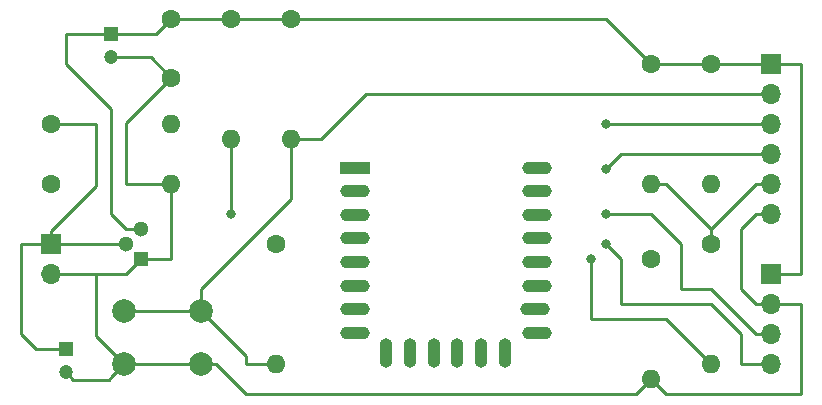
<source format=gbr>
G04 #@! TF.GenerationSoftware,KiCad,Pcbnew,5.0.2-bee76a0~70~ubuntu16.04.1*
G04 #@! TF.CreationDate,2019-02-11T12:56:34+03:00*
G04 #@! TF.ProjectId,esp12ef-ver1,65737031-3265-4662-9d76-6572312e6b69,rev?*
G04 #@! TF.SameCoordinates,Original*
G04 #@! TF.FileFunction,Copper,L2,Bot*
G04 #@! TF.FilePolarity,Positive*
%FSLAX46Y46*%
G04 Gerber Fmt 4.6, Leading zero omitted, Abs format (unit mm)*
G04 Created by KiCad (PCBNEW 5.0.2-bee76a0~70~ubuntu16.04.1) date Пн 11 фев 2019 12:56:34*
%MOMM*%
%LPD*%
G01*
G04 APERTURE LIST*
G04 #@! TA.AperFunction,ComponentPad*
%ADD10C,1.300000*%
G04 #@! TD*
G04 #@! TA.AperFunction,ComponentPad*
%ADD11R,1.300000X1.300000*%
G04 #@! TD*
G04 #@! TA.AperFunction,ComponentPad*
%ADD12O,1.600000X1.600000*%
G04 #@! TD*
G04 #@! TA.AperFunction,ComponentPad*
%ADD13C,1.600000*%
G04 #@! TD*
G04 #@! TA.AperFunction,ComponentPad*
%ADD14R,1.700000X1.700000*%
G04 #@! TD*
G04 #@! TA.AperFunction,ComponentPad*
%ADD15O,1.700000X1.700000*%
G04 #@! TD*
G04 #@! TA.AperFunction,ComponentPad*
%ADD16C,2.000000*%
G04 #@! TD*
G04 #@! TA.AperFunction,ComponentPad*
%ADD17R,2.500000X1.100000*%
G04 #@! TD*
G04 #@! TA.AperFunction,ComponentPad*
%ADD18O,2.500000X1.100000*%
G04 #@! TD*
G04 #@! TA.AperFunction,ComponentPad*
%ADD19O,1.100000X2.500000*%
G04 #@! TD*
G04 #@! TA.AperFunction,ComponentPad*
%ADD20C,1.200000*%
G04 #@! TD*
G04 #@! TA.AperFunction,ComponentPad*
%ADD21R,1.200000X1.200000*%
G04 #@! TD*
G04 #@! TA.AperFunction,ViaPad*
%ADD22C,0.800000*%
G04 #@! TD*
G04 #@! TA.AperFunction,Conductor*
%ADD23C,0.250000*%
G04 #@! TD*
G04 APERTURE END LIST*
D10*
G04 #@! TO.P,L1,2*
G04 #@! TO.N,Net-(C1-Pad1)*
X105410000Y-88900000D03*
G04 #@! TO.P,L1,3*
G04 #@! TO.N,Net-(C2-Pad1)*
X106680000Y-87630000D03*
D11*
G04 #@! TO.P,L1,1*
G04 #@! TO.N,Net-(C1-Pad2)*
X106680000Y-90170000D03*
G04 #@! TD*
D12*
G04 #@! TO.P,R2,2*
G04 #@! TO.N,Net-(C1-Pad2)*
X109220000Y-83820000D03*
D13*
G04 #@! TO.P,R2,1*
G04 #@! TO.N,Net-(R1-Pad2)*
X99060000Y-83820000D03*
G04 #@! TD*
G04 #@! TO.P,R8,1*
G04 #@! TO.N,Net-(J2-Pad5)*
X154940000Y-88900000D03*
D12*
G04 #@! TO.P,R8,2*
G04 #@! TO.N,Net-(R8-Pad2)*
X154940000Y-99060000D03*
G04 #@! TD*
D13*
G04 #@! TO.P,C3,1*
G04 #@! TO.N,Net-(C2-Pad1)*
X109220000Y-69850000D03*
G04 #@! TO.P,C3,2*
G04 #@! TO.N,Net-(C1-Pad2)*
X109220000Y-74850000D03*
G04 #@! TD*
D14*
G04 #@! TO.P,J1,1*
G04 #@! TO.N,Net-(C1-Pad1)*
X99060000Y-88900000D03*
D15*
G04 #@! TO.P,J1,2*
G04 #@! TO.N,Net-(C1-Pad2)*
X99060000Y-91440000D03*
G04 #@! TD*
D14*
G04 #@! TO.P,J2,1*
G04 #@! TO.N,Net-(C2-Pad1)*
X160020000Y-73660000D03*
D15*
G04 #@! TO.P,J2,2*
G04 #@! TO.N,Net-(J2-Pad2)*
X160020000Y-76200000D03*
G04 #@! TO.P,J2,3*
G04 #@! TO.N,Net-(J2-Pad3)*
X160020000Y-78740000D03*
G04 #@! TO.P,J2,4*
G04 #@! TO.N,Net-(J2-Pad4)*
X160020000Y-81280000D03*
G04 #@! TO.P,J2,5*
G04 #@! TO.N,Net-(J2-Pad5)*
X160020000Y-83820000D03*
G04 #@! TO.P,J2,6*
G04 #@! TO.N,Net-(C1-Pad2)*
X160020000Y-86360000D03*
G04 #@! TD*
D14*
G04 #@! TO.P,J3,1*
G04 #@! TO.N,Net-(C2-Pad1)*
X160020000Y-91440000D03*
D15*
G04 #@! TO.P,J3,2*
G04 #@! TO.N,Net-(C1-Pad2)*
X160020000Y-93980000D03*
G04 #@! TO.P,J3,3*
G04 #@! TO.N,SCL*
X160020000Y-96520000D03*
G04 #@! TO.P,J3,4*
G04 #@! TO.N,SDA*
X160020000Y-99060000D03*
G04 #@! TD*
D16*
G04 #@! TO.P,SW1,2*
G04 #@! TO.N,Net-(J2-Pad2)*
X111760000Y-94560000D03*
G04 #@! TO.P,SW1,1*
G04 #@! TO.N,Net-(C1-Pad2)*
X111760000Y-99060000D03*
G04 #@! TO.P,SW1,2*
G04 #@! TO.N,Net-(J2-Pad2)*
X105260000Y-94560000D03*
G04 #@! TO.P,SW1,1*
G04 #@! TO.N,Net-(C1-Pad2)*
X105260000Y-99060000D03*
G04 #@! TD*
D17*
G04 #@! TO.P,U1,1*
G04 #@! TO.N,Net-(J2-Pad2)*
X124765001Y-82435001D03*
D18*
G04 #@! TO.P,U1,2*
G04 #@! TO.N,Net-(R1-Pad2)*
X124765001Y-84435001D03*
G04 #@! TO.P,U1,3*
G04 #@! TO.N,Net-(R5-Pad2)*
X124765001Y-86435001D03*
G04 #@! TO.P,U1,4*
G04 #@! TO.N,Net-(R4-Pad1)*
X124765001Y-88435001D03*
G04 #@! TO.P,U1,5*
G04 #@! TO.N,Net-(U1-Pad5)*
X124765001Y-90435001D03*
G04 #@! TO.P,U1,6*
G04 #@! TO.N,Net-(U1-Pad6)*
X124765001Y-92435001D03*
G04 #@! TO.P,U1,7*
G04 #@! TO.N,Net-(U1-Pad7)*
X124765001Y-94435001D03*
G04 #@! TO.P,U1,8*
G04 #@! TO.N,Net-(C2-Pad1)*
X124765001Y-96435001D03*
G04 #@! TO.P,U1,9*
G04 #@! TO.N,Net-(C1-Pad2)*
X140165001Y-96435001D03*
G04 #@! TO.P,U1,10*
G04 #@! TO.N,Net-(R7-Pad1)*
X140065001Y-94435001D03*
G04 #@! TO.P,U1,11*
G04 #@! TO.N,Net-(R6-Pad2)*
X140165001Y-92435001D03*
G04 #@! TO.P,U1,12*
G04 #@! TO.N,Net-(R8-Pad2)*
X140165001Y-90435001D03*
G04 #@! TO.P,U1,13*
G04 #@! TO.N,SDA*
X140165001Y-88435001D03*
G04 #@! TO.P,U1,14*
G04 #@! TO.N,SCL*
X140165001Y-86435001D03*
G04 #@! TO.P,U1,15*
G04 #@! TO.N,Net-(J2-Pad4)*
X140165001Y-84435001D03*
G04 #@! TO.P,U1,16*
G04 #@! TO.N,Net-(J2-Pad3)*
X140165001Y-82435001D03*
D19*
G04 #@! TO.P,U1,17*
G04 #@! TO.N,Net-(U1-Pad17)*
X127455001Y-98135001D03*
G04 #@! TO.P,U1,18*
G04 #@! TO.N,Net-(U1-Pad18)*
X129455001Y-98135001D03*
G04 #@! TO.P,U1,19*
G04 #@! TO.N,Net-(U1-Pad19)*
X131455001Y-98135001D03*
G04 #@! TO.P,U1,20*
G04 #@! TO.N,Net-(U1-Pad20)*
X133455001Y-98135001D03*
G04 #@! TO.P,U1,21*
G04 #@! TO.N,Net-(U1-Pad21)*
X135455001Y-98135001D03*
G04 #@! TO.P,U1,22*
G04 #@! TO.N,Net-(U1-Pad22)*
X137455001Y-98135001D03*
G04 #@! TD*
D20*
G04 #@! TO.P,C1,2*
G04 #@! TO.N,Net-(C1-Pad2)*
X100330000Y-99790000D03*
D21*
G04 #@! TO.P,C1,1*
G04 #@! TO.N,Net-(C1-Pad1)*
X100330000Y-97790000D03*
G04 #@! TD*
G04 #@! TO.P,C2,1*
G04 #@! TO.N,Net-(C2-Pad1)*
X104140000Y-71120000D03*
D20*
G04 #@! TO.P,C2,2*
G04 #@! TO.N,Net-(C1-Pad2)*
X104140000Y-73120000D03*
G04 #@! TD*
D13*
G04 #@! TO.P,R1,1*
G04 #@! TO.N,Net-(C1-Pad1)*
X99060000Y-78740000D03*
D12*
G04 #@! TO.P,R1,2*
G04 #@! TO.N,Net-(R1-Pad2)*
X109220000Y-78740000D03*
G04 #@! TD*
D13*
G04 #@! TO.P,R3,1*
G04 #@! TO.N,Net-(C2-Pad1)*
X119380000Y-69850000D03*
D12*
G04 #@! TO.P,R3,2*
G04 #@! TO.N,Net-(J2-Pad2)*
X119380000Y-80010000D03*
G04 #@! TD*
G04 #@! TO.P,R4,2*
G04 #@! TO.N,Net-(J2-Pad2)*
X118110000Y-99060000D03*
D13*
G04 #@! TO.P,R4,1*
G04 #@! TO.N,Net-(R4-Pad1)*
X118110000Y-88900000D03*
G04 #@! TD*
G04 #@! TO.P,R5,1*
G04 #@! TO.N,Net-(C2-Pad1)*
X114300000Y-69850000D03*
D12*
G04 #@! TO.P,R5,2*
G04 #@! TO.N,Net-(R5-Pad2)*
X114300000Y-80010000D03*
G04 #@! TD*
G04 #@! TO.P,R6,2*
G04 #@! TO.N,Net-(R6-Pad2)*
X154940000Y-83820000D03*
D13*
G04 #@! TO.P,R6,1*
G04 #@! TO.N,Net-(C2-Pad1)*
X154940000Y-73660000D03*
G04 #@! TD*
G04 #@! TO.P,R7,1*
G04 #@! TO.N,Net-(R7-Pad1)*
X149860000Y-90170000D03*
D12*
G04 #@! TO.P,R7,2*
G04 #@! TO.N,Net-(C1-Pad2)*
X149860000Y-100330000D03*
G04 #@! TD*
G04 #@! TO.P,R9,2*
G04 #@! TO.N,Net-(J2-Pad5)*
X149860000Y-83820000D03*
D13*
G04 #@! TO.P,R9,1*
G04 #@! TO.N,Net-(C2-Pad1)*
X149860000Y-73660000D03*
G04 #@! TD*
D22*
G04 #@! TO.N,Net-(J2-Pad3)*
X146050000Y-78740000D03*
G04 #@! TO.N,Net-(J2-Pad4)*
X146050000Y-82550000D03*
G04 #@! TO.N,SCL*
X146050000Y-86360000D03*
G04 #@! TO.N,SDA*
X146050000Y-88900000D03*
G04 #@! TO.N,Net-(R5-Pad2)*
X124460000Y-86360000D03*
X114300000Y-86360000D03*
G04 #@! TO.N,Net-(R8-Pad2)*
X144780000Y-90170000D03*
G04 #@! TD*
D23*
G04 #@! TO.N,Net-(C1-Pad2)*
X115570000Y-101600000D02*
X148590000Y-101600000D01*
X148590000Y-101600000D02*
X149860000Y-100330000D01*
X160020000Y-86360000D02*
X158750000Y-86360000D01*
X157480000Y-87630000D02*
X157480000Y-92710000D01*
X158750000Y-86360000D02*
X157480000Y-87630000D01*
X158750000Y-93980000D02*
X160020000Y-93980000D01*
X157480000Y-92710000D02*
X158750000Y-93980000D01*
X149860000Y-100330000D02*
X151130000Y-101600000D01*
X151130000Y-101600000D02*
X162560000Y-101600000D01*
X162560000Y-101600000D02*
X162560000Y-93980000D01*
X162560000Y-93980000D02*
X160020000Y-93980000D01*
X107490000Y-73120000D02*
X109220000Y-74850000D01*
X104140000Y-73120000D02*
X107490000Y-73120000D01*
X113030000Y-99060000D02*
X115570000Y-101600000D01*
X109220000Y-99060000D02*
X113030000Y-99060000D01*
X109220000Y-99060000D02*
X105260000Y-99060000D01*
X105410000Y-91440000D02*
X106680000Y-90170000D01*
X99060000Y-91440000D02*
X105410000Y-91440000D01*
X106680000Y-90170000D02*
X109220000Y-90170000D01*
X109220000Y-90170000D02*
X109220000Y-83820000D01*
X109220000Y-83820000D02*
X105410000Y-83820000D01*
X105410000Y-78660000D02*
X109220000Y-74850000D01*
X105410000Y-83820000D02*
X105410000Y-78660000D01*
X105260000Y-99060000D02*
X102870000Y-96670000D01*
X102870000Y-96670000D02*
X102870000Y-91440000D01*
X104260001Y-100059999D02*
X105260000Y-99060000D01*
X103930001Y-100389999D02*
X104260001Y-100059999D01*
X100929999Y-100389999D02*
X103930001Y-100389999D01*
X100330000Y-99790000D02*
X100929999Y-100389999D01*
G04 #@! TO.N,Net-(C1-Pad1)*
X99060000Y-88900000D02*
X105410000Y-88900000D01*
X99060000Y-78740000D02*
X102870000Y-78740000D01*
X99060000Y-87800000D02*
X99060000Y-88900000D01*
X102870000Y-83990000D02*
X99060000Y-87800000D01*
X102870000Y-78740000D02*
X102870000Y-83990000D01*
X100330000Y-97790000D02*
X97790000Y-97790000D01*
X99060000Y-88900000D02*
X96520000Y-88900000D01*
X96520000Y-96520000D02*
X97790000Y-97790000D01*
X96520000Y-88900000D02*
X96520000Y-96520000D01*
G04 #@! TO.N,Net-(C2-Pad1)*
X119380000Y-69850000D02*
X146050000Y-69850000D01*
X149860000Y-73660000D02*
X146050000Y-69850000D01*
X116840000Y-69850000D02*
X110490000Y-69850000D01*
X119380000Y-69850000D02*
X116840000Y-69850000D01*
X149860000Y-73660000D02*
X154940000Y-73660000D01*
X154940000Y-73660000D02*
X160020000Y-73660000D01*
X160020000Y-91440000D02*
X162560000Y-91440000D01*
X162560000Y-91440000D02*
X162560000Y-73660000D01*
X162560000Y-73660000D02*
X160020000Y-73660000D01*
X107950000Y-71120000D02*
X109220000Y-69850000D01*
X104140000Y-71120000D02*
X107950000Y-71120000D01*
X109220000Y-69850000D02*
X110490000Y-69850000D01*
X106680000Y-87630000D02*
X105410000Y-87630000D01*
X105410000Y-87630000D02*
X104140000Y-86360000D01*
X104140000Y-86360000D02*
X104140000Y-77470000D01*
X104140000Y-77470000D02*
X100330000Y-73660000D01*
X100330000Y-73660000D02*
X100330000Y-71120000D01*
X100330000Y-71120000D02*
X104140000Y-71120000D01*
G04 #@! TO.N,Net-(J2-Pad2)*
X160020000Y-76200000D02*
X125615001Y-76200000D01*
X119380000Y-80010000D02*
X121920000Y-80010000D01*
X121920000Y-80010000D02*
X125730000Y-76200000D01*
X106674213Y-94560000D02*
X111760000Y-94560000D01*
X105260000Y-94560000D02*
X106674213Y-94560000D01*
X111760000Y-94560000D02*
X111760000Y-92710000D01*
X119380000Y-85090000D02*
X119380000Y-80010000D01*
X111760000Y-92710000D02*
X119380000Y-85090000D01*
X118110000Y-99060000D02*
X115570000Y-99060000D01*
X115570000Y-98370000D02*
X111760000Y-94560000D01*
X115570000Y-99060000D02*
X115570000Y-98370000D01*
G04 #@! TO.N,Net-(J2-Pad3)*
X146050000Y-78740000D02*
X160020000Y-78740000D01*
G04 #@! TO.N,Net-(J2-Pad4)*
X147320000Y-81280000D02*
X146050000Y-82550000D01*
X160020000Y-81280000D02*
X147320000Y-81280000D01*
G04 #@! TO.N,Net-(J2-Pad5)*
X149860000Y-83820000D02*
X151130000Y-83820000D01*
X154940000Y-87630000D02*
X154940000Y-88192880D01*
X158750000Y-83820000D02*
X160020000Y-83820000D01*
X154940000Y-87630000D02*
X158750000Y-83820000D01*
X154940000Y-88900000D02*
X154940000Y-87630000D01*
X151130000Y-83820000D02*
X154940000Y-87630000D01*
G04 #@! TO.N,SCL*
X146050000Y-86360000D02*
X149860000Y-86360000D01*
X152400000Y-92710000D02*
X152400000Y-88900000D01*
X152400000Y-88900000D02*
X149860000Y-86360000D01*
X160020000Y-96520000D02*
X158750000Y-96520000D01*
X154940000Y-92710000D02*
X152400000Y-92710000D01*
X158750000Y-96520000D02*
X154940000Y-92710000D01*
G04 #@! TO.N,SDA*
X157480000Y-99060000D02*
X160020000Y-99060000D01*
X157480000Y-96520000D02*
X157480000Y-99060000D01*
X147320000Y-90170000D02*
X147320000Y-93980000D01*
X146050000Y-88900000D02*
X147320000Y-90170000D01*
X147320000Y-93980000D02*
X154940000Y-93980000D01*
X154940000Y-93980000D02*
X157480000Y-96520000D01*
G04 #@! TO.N,Net-(R5-Pad2)*
X114300000Y-86360000D02*
X114300000Y-80010000D01*
G04 #@! TO.N,Net-(R8-Pad2)*
X144780000Y-90170000D02*
X144780000Y-95250000D01*
X154940000Y-99060000D02*
X151130000Y-95250000D01*
X151130000Y-95250000D02*
X144780000Y-95250000D01*
G04 #@! TD*
M02*

</source>
